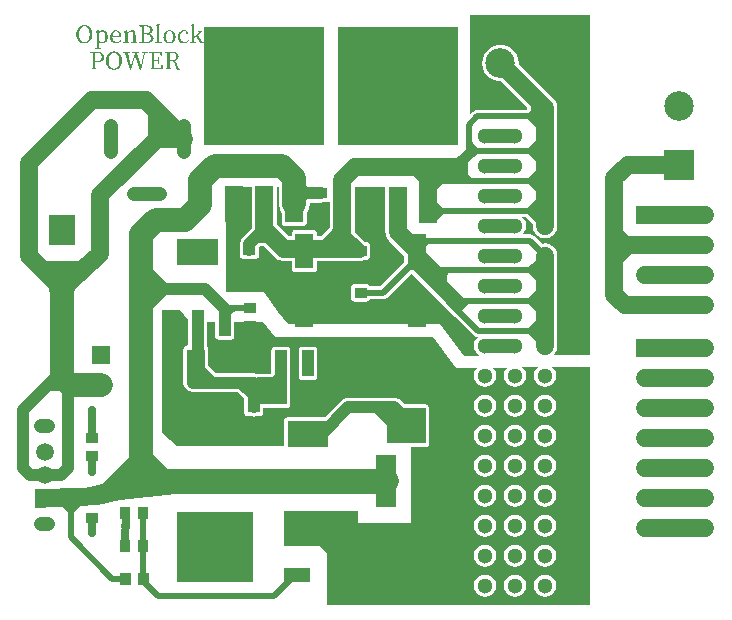
<source format=gtl>
G04 Layer: TopLayer*
G04 EasyEDA v6.4.19.5, 2021-05-27T17:32:06+08:00*
G04 33a6c8c822a742f28e1fac3212fc467e,cef4b8211a074a3184fc3ad01c494734,10*
G04 Gerber Generator version 0.2*
G04 Scale: 100 percent, Rotated: No, Reflected: No *
G04 Dimensions in millimeters *
G04 leading zeros omitted , absolute positions ,4 integer and 5 decimal *
%FSLAX45Y45*%
%MOMM*%

%ADD11C,1.5000*%
%ADD12C,0.5000*%
%ADD13C,2.0000*%
%ADD14C,1.0000*%
%ADD15C,1.1999*%
%ADD16C,0.7000*%
%ADD18R,0.9299X0.9799*%
%ADD19R,0.9799X0.9299*%
%ADD20R,1.5000X3.0000*%
%ADD21R,2.2000X1.2000*%
%ADD22R,6.5000X6.0000*%
%ADD23R,3.4999X2.2000*%
%ADD24R,1.0000X2.2000*%
%ADD25R,1.8000X4.4000*%
%ADD26R,10.1219X10.0203*%
%ADD27R,1.5113X3.0099*%
%ADD28R,1.5200X1.5200*%
%ADD29C,1.5200*%
%ADD30R,2.5000X2.5000*%
%ADD31C,2.5000*%
%ADD32R,1.5000X1.5000*%
%ADD33R,2.2000X2.5000*%
%ADD34C,2.2000*%
%ADD35R,1.3000X1.3000*%
%ADD36C,1.3000*%

%LPD*%
G36*
X2318512Y624840D02*
G01*
X2214880Y728472D01*
X2214880Y739648D01*
X2215388Y742696D01*
X2215388Y1043940D01*
X2235200Y1043940D01*
X2235200Y893064D01*
X2240280Y856487D01*
X2255520Y822960D01*
X2258568Y819403D01*
X2258568Y742696D01*
X2260092Y733552D01*
X2264156Y724916D01*
X2270760Y718312D01*
X2279396Y714248D01*
X2288540Y712724D01*
X2439416Y712724D01*
X2448560Y714248D01*
X2457196Y718312D01*
X2463800Y724916D01*
X2467864Y733552D01*
X2469388Y742696D01*
X2469388Y817880D01*
X2473960Y822960D01*
X2489200Y856487D01*
X2494280Y893064D01*
X2494280Y907287D01*
X2590292Y907287D01*
X2608072Y910844D01*
X2639060Y910844D01*
X2648204Y912368D01*
X2656840Y916432D01*
X2663444Y923036D01*
X2665476Y927100D01*
X2665476Y703580D01*
X2650236Y688340D01*
X2648204Y686816D01*
X2586228Y624840D01*
X2555240Y624840D01*
X2555240Y650240D01*
X2553716Y659384D01*
X2549652Y668020D01*
X2543048Y674624D01*
X2534412Y678688D01*
X2525268Y680212D01*
X2374900Y680212D01*
X2365756Y678688D01*
X2357120Y674624D01*
X2350516Y668020D01*
X2346452Y659384D01*
X2344928Y650240D01*
X2344928Y624840D01*
G37*

%LPD*%
G36*
X4552188Y-383032D02*
G01*
X4571492Y-363728D01*
X4586224Y-334772D01*
X4591304Y-302260D01*
X4591304Y459740D01*
X4586224Y492251D01*
X4571492Y521208D01*
X4548124Y544576D01*
X4519168Y559308D01*
X4486656Y564388D01*
X4462272Y560324D01*
X4398772Y623824D01*
X4392168Y629412D01*
X4385056Y633984D01*
X4376928Y637540D01*
X4368800Y639572D01*
X4360164Y640080D01*
X4292600Y640080D01*
X4309364Y656844D01*
X4323080Y683260D01*
X4327652Y712724D01*
X4323080Y742188D01*
X4309364Y768604D01*
X4292092Y785876D01*
X4327652Y785876D01*
X4382008Y731520D01*
X4382008Y712724D01*
X4387088Y680212D01*
X4401820Y651256D01*
X4425188Y627888D01*
X4454144Y613156D01*
X4486656Y608076D01*
X4519168Y613156D01*
X4548124Y627888D01*
X4571492Y651256D01*
X4586224Y680212D01*
X4591304Y712724D01*
X4591304Y1712975D01*
X4589780Y1729232D01*
X4586224Y1745488D01*
X4580128Y1760220D01*
X4571492Y1774443D01*
X4560824Y1787143D01*
X4264660Y2083816D01*
X4265168Y2089912D01*
X4260596Y2126996D01*
X4247388Y2162048D01*
X4226052Y2192528D01*
X4198112Y2217420D01*
X4165092Y2234692D01*
X4129024Y2243836D01*
X4091432Y2243836D01*
X4055364Y2234692D01*
X4022344Y2217420D01*
X3994404Y2192528D01*
X3973068Y2162048D01*
X3959860Y2126996D01*
X3955287Y2089912D01*
X3959860Y2052828D01*
X3973068Y2017775D01*
X3994404Y1987296D01*
X4022344Y1962404D01*
X4055364Y1945132D01*
X4091432Y1935988D01*
X4115815Y1935988D01*
X4337812Y1713484D01*
X4337812Y1700784D01*
X4332732Y1695704D01*
X3915156Y1695704D01*
X3906520Y1695196D01*
X3897884Y1693164D01*
X3890264Y1689607D01*
X3882644Y1685036D01*
X3876040Y1679448D01*
X3853179Y1656080D01*
X3850132Y2494788D01*
X4360164Y2499868D01*
X4869688Y2499868D01*
X4869688Y-379984D01*
G37*

%LPD*%
G36*
X3799840Y-390144D02*
G01*
X3600196Y-119887D01*
X2309876Y-114808D01*
X2230120Y-15240D01*
X2105152Y154940D01*
X1785112Y154940D01*
X1785112Y1044956D01*
X2004568Y1044448D01*
X2004568Y742696D01*
X2005584Y736600D01*
X2005584Y692912D01*
X1928368Y616204D01*
X1920239Y606552D01*
X1913636Y595884D01*
X1909064Y584708D01*
X1906016Y572516D01*
X1905000Y559816D01*
X1905000Y507492D01*
X1906016Y503428D01*
X1906016Y461264D01*
X1907539Y452120D01*
X1911604Y443484D01*
X1918207Y436880D01*
X1926843Y432816D01*
X1935988Y431292D01*
X1966975Y431292D01*
X1984756Y427735D01*
X2002536Y431292D01*
X2034032Y431292D01*
X2043175Y432816D01*
X2051812Y436880D01*
X2058416Y443484D01*
X2062480Y452120D01*
X2064004Y461264D01*
X2064004Y505459D01*
X2064512Y507492D01*
X2064512Y526796D01*
X2077720Y540004D01*
X2106676Y540004D01*
X2200656Y446024D01*
X2213356Y435356D01*
X2227072Y426720D01*
X2242312Y420624D01*
X2258568Y417068D01*
X2274824Y415543D01*
X2344928Y415543D01*
X2344928Y350012D01*
X2346452Y340868D01*
X2350516Y332232D01*
X2357120Y325628D01*
X2365756Y321564D01*
X2374900Y320040D01*
X2525268Y320040D01*
X2534412Y321564D01*
X2543048Y325628D01*
X2549652Y332232D01*
X2553716Y340868D01*
X2555240Y350012D01*
X2555240Y415543D01*
X2618232Y415543D01*
X2624836Y415035D01*
X2919984Y415035D01*
X2935224Y416559D01*
X2949448Y420624D01*
X2959100Y425704D01*
X2974340Y425704D01*
X2983484Y427228D01*
X2992120Y431292D01*
X2998724Y437896D01*
X3002788Y446532D01*
X3004312Y455676D01*
X3004312Y500888D01*
X3004820Y503428D01*
X3004312Y506476D01*
X3004312Y548640D01*
X3002788Y557784D01*
X2998724Y566420D01*
X2992120Y573024D01*
X2983484Y577088D01*
X2974340Y578612D01*
X2960624Y578612D01*
X2874772Y661416D01*
X2874772Y1042416D01*
X3134360Y1041400D01*
X3134360Y741680D01*
X3135376Y735584D01*
X3135376Y660908D01*
X3136900Y644652D01*
X3140456Y628396D01*
X3146552Y613156D01*
X3155188Y599440D01*
X3165856Y586740D01*
X3294887Y457708D01*
X3294887Y402336D01*
X3094228Y201676D01*
X3002788Y201676D01*
X3002788Y202692D01*
X2998724Y211328D01*
X2992120Y217932D01*
X2983484Y221996D01*
X2974340Y223520D01*
X2876296Y223520D01*
X2867152Y221996D01*
X2858516Y217932D01*
X2851912Y211328D01*
X2847848Y202692D01*
X2846324Y193548D01*
X2846324Y100584D01*
X2847848Y91440D01*
X2851912Y82804D01*
X2858516Y76200D01*
X2867152Y72136D01*
X2876296Y70612D01*
X2974340Y70612D01*
X2983484Y72136D01*
X2992120Y76200D01*
X2998724Y82804D01*
X3002788Y91440D01*
X3002788Y91948D01*
X3116580Y91948D01*
X3125216Y92456D01*
X3133344Y94488D01*
X3141472Y98044D01*
X3148584Y102616D01*
X3155188Y108204D01*
X3351784Y304800D01*
X3362451Y304800D01*
X3721100Y-55372D01*
X3724656Y-57912D01*
X3726179Y-59436D01*
X3728212Y-60452D01*
X3881628Y-213867D01*
X3888232Y-219456D01*
X3895344Y-224028D01*
X3903472Y-227584D01*
X3911600Y-229616D01*
X3919220Y-230124D01*
X3901948Y-247396D01*
X3888232Y-273812D01*
X3883660Y-303276D01*
X3888232Y-332740D01*
X3901948Y-359156D01*
X3922776Y-379984D01*
X3939540Y-388620D01*
G37*

%LPD*%
G36*
X2645156Y-2499868D02*
G01*
X2645156Y-1999996D01*
X2274824Y-1999996D01*
X2274824Y-1699768D01*
X2900172Y-1699768D01*
X2900172Y-1799843D01*
X3350260Y-1799843D01*
X3350260Y-1160272D01*
X3475736Y-1160272D01*
X3484879Y-1158748D01*
X3493515Y-1154684D01*
X3500120Y-1148080D01*
X3504184Y-1139444D01*
X3505708Y-1130300D01*
X3505708Y-830071D01*
X3504184Y-820928D01*
X3500120Y-812292D01*
X3493515Y-805688D01*
X3484879Y-801624D01*
X3475736Y-800100D01*
X3297936Y-800100D01*
X3263900Y-766064D01*
X3254248Y-757936D01*
X3243580Y-751332D01*
X3232404Y-746760D01*
X3220212Y-743712D01*
X3207512Y-742696D01*
X2822448Y-742696D01*
X2809748Y-743712D01*
X2797556Y-746760D01*
X2786380Y-751332D01*
X2775712Y-757936D01*
X2766060Y-766064D01*
X2621788Y-910336D01*
X2304796Y-910336D01*
X2295652Y-911860D01*
X2287016Y-915924D01*
X2280412Y-922528D01*
X2276348Y-931164D01*
X2274824Y-940308D01*
X2274824Y-1152144D01*
X1370076Y-1155192D01*
X1245108Y-1039876D01*
X1240028Y0D01*
X1400048Y0D01*
X1465072Y-86360D01*
X1465072Y-220471D01*
X1465580Y-223520D01*
X1465580Y-299720D01*
X1454912Y-299720D01*
X1445768Y-301244D01*
X1437132Y-305308D01*
X1430528Y-311912D01*
X1426464Y-320548D01*
X1424940Y-329692D01*
X1424940Y-629920D01*
X1426464Y-639064D01*
X1430528Y-647700D01*
X1437132Y-654304D01*
X1448308Y-671068D01*
X1474216Y-688340D01*
X1504696Y-694944D01*
X1666748Y-696468D01*
X1883664Y-696468D01*
X1940560Y-753364D01*
X1940560Y-820928D01*
X1940052Y-823468D01*
X1941068Y-828548D01*
X1941068Y-869696D01*
X1942592Y-878840D01*
X1946656Y-887476D01*
X1953260Y-894080D01*
X1961896Y-898144D01*
X1971039Y-899668D01*
X2002028Y-899668D01*
X2019807Y-903224D01*
X2037588Y-899668D01*
X2069084Y-899668D01*
X2078228Y-898144D01*
X2086864Y-894080D01*
X2093468Y-887476D01*
X2097532Y-878840D01*
X2099056Y-869696D01*
X2099056Y-835660D01*
X2099564Y-830071D01*
X2300224Y-830071D01*
X2309368Y-828548D01*
X2318004Y-824484D01*
X2324608Y-817880D01*
X2328672Y-809244D01*
X2330196Y-800100D01*
X2330196Y-530352D01*
X2329688Y-526288D01*
X2329688Y-339852D01*
X2328164Y-330708D01*
X2324100Y-322072D01*
X2317496Y-315468D01*
X2308860Y-311404D01*
X2299716Y-309880D01*
X2199640Y-309880D01*
X2190496Y-311404D01*
X2181860Y-315468D01*
X2175256Y-322072D01*
X2171192Y-330708D01*
X2169668Y-339852D01*
X2169668Y-537464D01*
X2167128Y-540004D01*
X2045207Y-540004D01*
X2042160Y-540512D01*
X2038096Y-540512D01*
X2020316Y-536956D01*
X1700275Y-536956D01*
X1635251Y-472440D01*
X1635251Y-329692D01*
X1633728Y-320548D01*
X1629664Y-311912D01*
X1625092Y-307340D01*
X1625092Y-100076D01*
X1695196Y-100076D01*
X1695196Y-220471D01*
X1696720Y-229616D01*
X1700784Y-238252D01*
X1707388Y-244856D01*
X1716024Y-248920D01*
X1725168Y-250444D01*
X1825243Y-250444D01*
X1834388Y-248920D01*
X1843024Y-244856D01*
X1849628Y-238252D01*
X1853692Y-229616D01*
X1855216Y-220471D01*
X1855216Y-100076D01*
X2100072Y-100076D01*
X2200148Y-225044D01*
X3535172Y-225044D01*
X3734815Y-490220D01*
X3850132Y-490220D01*
X3913632Y-489712D01*
X3901948Y-501396D01*
X3888232Y-527812D01*
X3883660Y-557276D01*
X3888232Y-586740D01*
X3901948Y-613156D01*
X3922776Y-633984D01*
X3949192Y-647700D01*
X3978656Y-652272D01*
X4008120Y-647700D01*
X4034536Y-633984D01*
X4055364Y-613156D01*
X4069079Y-586740D01*
X4073651Y-557276D01*
X4069079Y-527812D01*
X4055364Y-501396D01*
X4042156Y-488188D01*
X4170172Y-487172D01*
X4155948Y-501396D01*
X4142232Y-527812D01*
X4137660Y-557276D01*
X4142232Y-586740D01*
X4155948Y-613156D01*
X4176776Y-633984D01*
X4203192Y-647700D01*
X4232656Y-652272D01*
X4262120Y-647700D01*
X4288536Y-633984D01*
X4309364Y-613156D01*
X4323080Y-586740D01*
X4327652Y-557276D01*
X4323080Y-527812D01*
X4309364Y-501396D01*
X4293616Y-485648D01*
X4426712Y-484632D01*
X4409948Y-501396D01*
X4396232Y-527812D01*
X4391660Y-557276D01*
X4396232Y-586740D01*
X4409948Y-613156D01*
X4430776Y-633984D01*
X4457192Y-647700D01*
X4486656Y-652272D01*
X4516120Y-647700D01*
X4542536Y-633984D01*
X4563364Y-613156D01*
X4577080Y-586740D01*
X4581652Y-557276D01*
X4577080Y-527812D01*
X4563364Y-501396D01*
X4545076Y-483108D01*
X4870196Y-480059D01*
X4869688Y-2499868D01*
G37*

%LPC*%
G36*
X3978656Y-2430272D02*
G01*
X4008120Y-2425700D01*
X4034536Y-2411984D01*
X4055364Y-2391156D01*
X4069079Y-2364740D01*
X4073651Y-2335276D01*
X4069079Y-2305812D01*
X4055364Y-2279396D01*
X4034536Y-2258568D01*
X4008120Y-2244852D01*
X3978656Y-2240280D01*
X3949192Y-2244852D01*
X3922776Y-2258568D01*
X3901948Y-2279396D01*
X3888232Y-2305812D01*
X3883660Y-2335276D01*
X3888232Y-2364740D01*
X3901948Y-2391156D01*
X3922776Y-2411984D01*
X3949192Y-2425700D01*
G37*
G36*
X4232656Y-2430272D02*
G01*
X4262120Y-2425700D01*
X4288536Y-2411984D01*
X4309364Y-2391156D01*
X4323080Y-2364740D01*
X4327652Y-2335276D01*
X4323080Y-2305812D01*
X4309364Y-2279396D01*
X4288536Y-2258568D01*
X4262120Y-2244852D01*
X4232656Y-2240280D01*
X4203192Y-2244852D01*
X4176776Y-2258568D01*
X4155948Y-2279396D01*
X4142232Y-2305812D01*
X4137660Y-2335276D01*
X4142232Y-2364740D01*
X4155948Y-2391156D01*
X4176776Y-2411984D01*
X4203192Y-2425700D01*
G37*
G36*
X4486656Y-2430272D02*
G01*
X4516120Y-2425700D01*
X4542536Y-2411984D01*
X4563364Y-2391156D01*
X4577080Y-2364740D01*
X4581652Y-2335276D01*
X4577080Y-2305812D01*
X4563364Y-2279396D01*
X4542536Y-2258568D01*
X4516120Y-2244852D01*
X4486656Y-2240280D01*
X4457192Y-2244852D01*
X4430776Y-2258568D01*
X4409948Y-2279396D01*
X4396232Y-2305812D01*
X4391660Y-2335276D01*
X4396232Y-2364740D01*
X4409948Y-2391156D01*
X4430776Y-2411984D01*
X4457192Y-2425700D01*
G37*
G36*
X4486656Y-2176272D02*
G01*
X4516120Y-2171700D01*
X4542536Y-2157984D01*
X4563364Y-2137156D01*
X4577080Y-2110740D01*
X4581652Y-2081275D01*
X4577080Y-2051812D01*
X4563364Y-2025396D01*
X4542536Y-2004568D01*
X4516120Y-1990852D01*
X4486656Y-1986280D01*
X4457192Y-1990852D01*
X4430776Y-2004568D01*
X4409948Y-2025396D01*
X4396232Y-2051812D01*
X4391660Y-2081275D01*
X4396232Y-2110740D01*
X4409948Y-2137156D01*
X4430776Y-2157984D01*
X4457192Y-2171700D01*
G37*
G36*
X4232656Y-2176272D02*
G01*
X4262120Y-2171700D01*
X4288536Y-2157984D01*
X4309364Y-2137156D01*
X4323080Y-2110740D01*
X4327652Y-2081275D01*
X4323080Y-2051812D01*
X4309364Y-2025396D01*
X4288536Y-2004568D01*
X4262120Y-1990852D01*
X4232656Y-1986280D01*
X4203192Y-1990852D01*
X4176776Y-2004568D01*
X4155948Y-2025396D01*
X4142232Y-2051812D01*
X4137660Y-2081275D01*
X4142232Y-2110740D01*
X4155948Y-2137156D01*
X4176776Y-2157984D01*
X4203192Y-2171700D01*
G37*
G36*
X3978656Y-2176272D02*
G01*
X4008120Y-2171700D01*
X4034536Y-2157984D01*
X4055364Y-2137156D01*
X4069079Y-2110740D01*
X4073651Y-2081275D01*
X4069079Y-2051812D01*
X4055364Y-2025396D01*
X4034536Y-2004568D01*
X4008120Y-1990852D01*
X3978656Y-1986280D01*
X3949192Y-1990852D01*
X3922776Y-2004568D01*
X3901948Y-2025396D01*
X3888232Y-2051812D01*
X3883660Y-2081275D01*
X3888232Y-2110740D01*
X3901948Y-2137156D01*
X3922776Y-2157984D01*
X3949192Y-2171700D01*
G37*
G36*
X4486656Y-1922272D02*
G01*
X4516120Y-1917700D01*
X4542536Y-1903984D01*
X4563364Y-1883156D01*
X4577080Y-1856739D01*
X4581652Y-1827275D01*
X4577080Y-1797812D01*
X4563364Y-1771396D01*
X4542536Y-1750568D01*
X4516120Y-1736852D01*
X4486656Y-1732280D01*
X4457192Y-1736852D01*
X4430776Y-1750568D01*
X4409948Y-1771396D01*
X4396232Y-1797812D01*
X4391660Y-1827275D01*
X4396232Y-1856739D01*
X4409948Y-1883156D01*
X4430776Y-1903984D01*
X4457192Y-1917700D01*
G37*
G36*
X4232656Y-1922272D02*
G01*
X4262120Y-1917700D01*
X4288536Y-1903984D01*
X4309364Y-1883156D01*
X4323080Y-1856739D01*
X4327652Y-1827275D01*
X4323080Y-1797812D01*
X4309364Y-1771396D01*
X4288536Y-1750568D01*
X4262120Y-1736852D01*
X4232656Y-1732280D01*
X4203192Y-1736852D01*
X4176776Y-1750568D01*
X4155948Y-1771396D01*
X4142232Y-1797812D01*
X4137660Y-1827275D01*
X4142232Y-1856739D01*
X4155948Y-1883156D01*
X4176776Y-1903984D01*
X4203192Y-1917700D01*
G37*
G36*
X3978656Y-1922272D02*
G01*
X4008120Y-1917700D01*
X4034536Y-1903984D01*
X4055364Y-1883156D01*
X4069079Y-1856739D01*
X4073651Y-1827275D01*
X4069079Y-1797812D01*
X4055364Y-1771396D01*
X4034536Y-1750568D01*
X4008120Y-1736852D01*
X3978656Y-1732280D01*
X3949192Y-1736852D01*
X3922776Y-1750568D01*
X3901948Y-1771396D01*
X3888232Y-1797812D01*
X3883660Y-1827275D01*
X3888232Y-1856739D01*
X3901948Y-1883156D01*
X3922776Y-1903984D01*
X3949192Y-1917700D01*
G37*
G36*
X4486656Y-1668272D02*
G01*
X4516120Y-1663700D01*
X4542536Y-1649984D01*
X4563364Y-1629156D01*
X4577080Y-1602740D01*
X4581652Y-1573276D01*
X4577080Y-1543812D01*
X4563364Y-1517396D01*
X4542536Y-1496568D01*
X4516120Y-1482852D01*
X4486656Y-1478280D01*
X4457192Y-1482852D01*
X4430776Y-1496568D01*
X4409948Y-1517396D01*
X4396232Y-1543812D01*
X4391660Y-1573276D01*
X4396232Y-1602740D01*
X4409948Y-1629156D01*
X4430776Y-1649984D01*
X4457192Y-1663700D01*
G37*
G36*
X4232656Y-1668272D02*
G01*
X4262120Y-1663700D01*
X4288536Y-1649984D01*
X4309364Y-1629156D01*
X4323080Y-1602740D01*
X4327652Y-1573276D01*
X4323080Y-1543812D01*
X4309364Y-1517396D01*
X4288536Y-1496568D01*
X4262120Y-1482852D01*
X4232656Y-1478280D01*
X4203192Y-1482852D01*
X4176776Y-1496568D01*
X4155948Y-1517396D01*
X4142232Y-1543812D01*
X4137660Y-1573276D01*
X4142232Y-1602740D01*
X4155948Y-1629156D01*
X4176776Y-1649984D01*
X4203192Y-1663700D01*
G37*
G36*
X3978656Y-1668272D02*
G01*
X4008120Y-1663700D01*
X4034536Y-1649984D01*
X4055364Y-1629156D01*
X4069079Y-1602740D01*
X4073651Y-1573276D01*
X4069079Y-1543812D01*
X4055364Y-1517396D01*
X4034536Y-1496568D01*
X4008120Y-1482852D01*
X3978656Y-1478280D01*
X3949192Y-1482852D01*
X3922776Y-1496568D01*
X3901948Y-1517396D01*
X3888232Y-1543812D01*
X3883660Y-1573276D01*
X3888232Y-1602740D01*
X3901948Y-1629156D01*
X3922776Y-1649984D01*
X3949192Y-1663700D01*
G37*
G36*
X4486656Y-1414272D02*
G01*
X4516120Y-1409700D01*
X4542536Y-1395984D01*
X4563364Y-1375156D01*
X4577080Y-1348740D01*
X4581652Y-1319276D01*
X4577080Y-1289812D01*
X4563364Y-1263396D01*
X4542536Y-1242568D01*
X4516120Y-1228852D01*
X4486656Y-1224280D01*
X4457192Y-1228852D01*
X4430776Y-1242568D01*
X4409948Y-1263396D01*
X4396232Y-1289812D01*
X4391660Y-1319276D01*
X4396232Y-1348740D01*
X4409948Y-1375156D01*
X4430776Y-1395984D01*
X4457192Y-1409700D01*
G37*
G36*
X4232656Y-1414272D02*
G01*
X4262120Y-1409700D01*
X4288536Y-1395984D01*
X4309364Y-1375156D01*
X4323080Y-1348740D01*
X4327652Y-1319276D01*
X4323080Y-1289812D01*
X4309364Y-1263396D01*
X4288536Y-1242568D01*
X4262120Y-1228852D01*
X4232656Y-1224280D01*
X4203192Y-1228852D01*
X4176776Y-1242568D01*
X4155948Y-1263396D01*
X4142232Y-1289812D01*
X4137660Y-1319276D01*
X4142232Y-1348740D01*
X4155948Y-1375156D01*
X4176776Y-1395984D01*
X4203192Y-1409700D01*
G37*
G36*
X3978656Y-1414272D02*
G01*
X4008120Y-1409700D01*
X4034536Y-1395984D01*
X4055364Y-1375156D01*
X4069079Y-1348740D01*
X4073651Y-1319276D01*
X4069079Y-1289812D01*
X4055364Y-1263396D01*
X4034536Y-1242568D01*
X4008120Y-1228852D01*
X3978656Y-1224280D01*
X3949192Y-1228852D01*
X3922776Y-1242568D01*
X3901948Y-1263396D01*
X3888232Y-1289812D01*
X3883660Y-1319276D01*
X3888232Y-1348740D01*
X3901948Y-1375156D01*
X3922776Y-1395984D01*
X3949192Y-1409700D01*
G37*
G36*
X4486656Y-1160272D02*
G01*
X4516120Y-1155700D01*
X4542536Y-1141984D01*
X4563364Y-1121156D01*
X4577080Y-1094740D01*
X4581652Y-1065276D01*
X4577080Y-1035812D01*
X4563364Y-1009396D01*
X4542536Y-988568D01*
X4516120Y-974852D01*
X4486656Y-970280D01*
X4457192Y-974852D01*
X4430776Y-988568D01*
X4409948Y-1009396D01*
X4396232Y-1035812D01*
X4391660Y-1065276D01*
X4396232Y-1094740D01*
X4409948Y-1121156D01*
X4430776Y-1141984D01*
X4457192Y-1155700D01*
G37*
G36*
X4232656Y-1160272D02*
G01*
X4262120Y-1155700D01*
X4288536Y-1141984D01*
X4309364Y-1121156D01*
X4323080Y-1094740D01*
X4327652Y-1065276D01*
X4323080Y-1035812D01*
X4309364Y-1009396D01*
X4288536Y-988568D01*
X4262120Y-974852D01*
X4232656Y-970280D01*
X4203192Y-974852D01*
X4176776Y-988568D01*
X4155948Y-1009396D01*
X4142232Y-1035812D01*
X4137660Y-1065276D01*
X4142232Y-1094740D01*
X4155948Y-1121156D01*
X4176776Y-1141984D01*
X4203192Y-1155700D01*
G37*
G36*
X3978656Y-1160272D02*
G01*
X4008120Y-1155700D01*
X4034536Y-1141984D01*
X4055364Y-1121156D01*
X4069079Y-1094740D01*
X4073651Y-1065276D01*
X4069079Y-1035812D01*
X4055364Y-1009396D01*
X4034536Y-988568D01*
X4008120Y-974852D01*
X3978656Y-970280D01*
X3949192Y-974852D01*
X3922776Y-988568D01*
X3901948Y-1009396D01*
X3888232Y-1035812D01*
X3883660Y-1065276D01*
X3888232Y-1094740D01*
X3901948Y-1121156D01*
X3922776Y-1141984D01*
X3949192Y-1155700D01*
G37*
G36*
X3978656Y-906271D02*
G01*
X4008120Y-901700D01*
X4034536Y-887984D01*
X4055364Y-867156D01*
X4069079Y-840740D01*
X4073651Y-811276D01*
X4069079Y-781812D01*
X4055364Y-755396D01*
X4034536Y-734568D01*
X4008120Y-720852D01*
X3978656Y-716280D01*
X3949192Y-720852D01*
X3922776Y-734568D01*
X3901948Y-755396D01*
X3888232Y-781812D01*
X3883660Y-811276D01*
X3888232Y-840740D01*
X3901948Y-867156D01*
X3922776Y-887984D01*
X3949192Y-901700D01*
G37*
G36*
X4232656Y-906271D02*
G01*
X4262120Y-901700D01*
X4288536Y-887984D01*
X4309364Y-867156D01*
X4323080Y-840740D01*
X4327652Y-811276D01*
X4323080Y-781812D01*
X4309364Y-755396D01*
X4288536Y-734568D01*
X4262120Y-720852D01*
X4232656Y-716280D01*
X4203192Y-720852D01*
X4176776Y-734568D01*
X4155948Y-755396D01*
X4142232Y-781812D01*
X4137660Y-811276D01*
X4142232Y-840740D01*
X4155948Y-867156D01*
X4176776Y-887984D01*
X4203192Y-901700D01*
G37*
G36*
X4486656Y-906271D02*
G01*
X4516120Y-901700D01*
X4542536Y-887984D01*
X4563364Y-867156D01*
X4577080Y-840740D01*
X4581652Y-811276D01*
X4577080Y-781812D01*
X4563364Y-755396D01*
X4542536Y-734568D01*
X4516120Y-720852D01*
X4486656Y-716280D01*
X4457192Y-720852D01*
X4430776Y-734568D01*
X4409948Y-755396D01*
X4396232Y-781812D01*
X4391660Y-811276D01*
X4396232Y-840740D01*
X4409948Y-867156D01*
X4430776Y-887984D01*
X4457192Y-901700D01*
G37*
G36*
X2429764Y-590296D02*
G01*
X2529840Y-590296D01*
X2538984Y-588772D01*
X2547620Y-584708D01*
X2554224Y-578104D01*
X2558288Y-569468D01*
X2559812Y-560324D01*
X2559812Y-339852D01*
X2558288Y-330708D01*
X2554224Y-322072D01*
X2547620Y-315468D01*
X2538984Y-311404D01*
X2529840Y-309880D01*
X2429764Y-309880D01*
X2420620Y-311404D01*
X2411984Y-315468D01*
X2405380Y-322072D01*
X2401316Y-330708D01*
X2399792Y-339852D01*
X2399792Y-560324D01*
X2401316Y-569468D01*
X2405380Y-578104D01*
X2411984Y-584708D01*
X2420620Y-588772D01*
G37*

%LPD*%
G36*
X1515364Y2425192D02*
G01*
X1481074Y2415794D01*
X1481074Y2409190D01*
X1499108Y2407412D01*
X1499006Y2279294D01*
X1498854Y2269998D01*
X1481328Y2267458D01*
X1481328Y2260600D01*
X1535430Y2260600D01*
X1535430Y2267458D01*
X1517904Y2269998D01*
X1517396Y2302256D01*
X1532382Y2317242D01*
X1566926Y2260600D01*
X1597152Y2260600D01*
X1597152Y2267458D01*
X1582674Y2269490D01*
X1545082Y2330196D01*
X1570736Y2355850D01*
X1591564Y2358644D01*
X1591564Y2366010D01*
X1540256Y2366010D01*
X1540256Y2358644D01*
X1557782Y2355088D01*
X1517396Y2313686D01*
X1517396Y2391918D01*
X1518412Y2423668D01*
G37*
G36*
X1220216Y2425192D02*
G01*
X1185926Y2415794D01*
X1185926Y2409190D01*
X1203960Y2407412D01*
X1203909Y2298090D01*
X1203452Y2269998D01*
X1185926Y2267458D01*
X1185926Y2260600D01*
X1240536Y2260600D01*
X1240536Y2267458D01*
X1222756Y2269998D01*
X1222248Y2307336D01*
X1222248Y2391918D01*
X1223264Y2423668D01*
G37*
G36*
X586740Y2413000D02*
G01*
X581558Y2412796D01*
X576376Y2412136D01*
X571296Y2411069D01*
X566318Y2409596D01*
X561441Y2407716D01*
X556666Y2405430D01*
X552145Y2402738D01*
X547725Y2399690D01*
X543560Y2396236D01*
X539648Y2392426D01*
X535990Y2388260D01*
X532587Y2383688D01*
X529539Y2378811D01*
X526796Y2373579D01*
X524408Y2367991D01*
X522427Y2362098D01*
X520801Y2355850D01*
X519633Y2349296D01*
X518922Y2342438D01*
X518668Y2335276D01*
X541782Y2335276D01*
X541934Y2341778D01*
X542442Y2348179D01*
X543255Y2354478D01*
X544423Y2360574D01*
X545947Y2366467D01*
X547827Y2372106D01*
X550062Y2377389D01*
X552653Y2382367D01*
X555599Y2386888D01*
X558901Y2391003D01*
X562559Y2394559D01*
X566623Y2397607D01*
X571093Y2400046D01*
X575919Y2401874D01*
X581152Y2402941D01*
X586740Y2403348D01*
X592328Y2402941D01*
X597560Y2401874D01*
X602386Y2400046D01*
X606806Y2397607D01*
X610819Y2394559D01*
X614527Y2391003D01*
X617778Y2386888D01*
X620725Y2382367D01*
X623265Y2377389D01*
X625449Y2372106D01*
X627329Y2366467D01*
X628802Y2360574D01*
X629970Y2354478D01*
X630783Y2348179D01*
X631291Y2341778D01*
X631444Y2335276D01*
X631291Y2328672D01*
X630783Y2322220D01*
X629970Y2315870D01*
X628802Y2309723D01*
X627329Y2303780D01*
X625449Y2298141D01*
X623265Y2292807D01*
X620725Y2287879D01*
X617778Y2283358D01*
X614527Y2279243D01*
X610819Y2275687D01*
X606806Y2272639D01*
X602386Y2270252D01*
X597560Y2268423D01*
X592328Y2267305D01*
X586740Y2266950D01*
X581152Y2267305D01*
X575919Y2268423D01*
X571093Y2270252D01*
X566623Y2272639D01*
X562559Y2275687D01*
X558901Y2279243D01*
X555599Y2283358D01*
X552653Y2287879D01*
X550062Y2292807D01*
X547827Y2298141D01*
X545947Y2303780D01*
X544423Y2309723D01*
X543255Y2315870D01*
X542442Y2322220D01*
X541934Y2328672D01*
X541782Y2335276D01*
X518668Y2335276D01*
X518922Y2327808D01*
X519633Y2320747D01*
X520801Y2314041D01*
X522376Y2307640D01*
X524357Y2301646D01*
X526745Y2296007D01*
X529488Y2290775D01*
X532536Y2285898D01*
X535889Y2281377D01*
X539546Y2277262D01*
X543458Y2273503D01*
X547624Y2270099D01*
X551992Y2267153D01*
X556564Y2264562D01*
X561340Y2262327D01*
X566216Y2260549D01*
X571195Y2259126D01*
X576326Y2258110D01*
X581507Y2257501D01*
X586740Y2257298D01*
X591972Y2257501D01*
X597154Y2258161D01*
X602234Y2259228D01*
X607263Y2260701D01*
X612140Y2262581D01*
X616864Y2264867D01*
X621385Y2267559D01*
X625754Y2270607D01*
X629869Y2274062D01*
X633780Y2277922D01*
X637438Y2282088D01*
X640791Y2286660D01*
X643839Y2291537D01*
X646531Y2296820D01*
X648868Y2302408D01*
X650849Y2308352D01*
X652424Y2314600D01*
X653592Y2321204D01*
X654304Y2328062D01*
X654558Y2335276D01*
X654304Y2342591D01*
X653592Y2349601D01*
X652424Y2356256D01*
X650798Y2362555D01*
X648817Y2368550D01*
X646430Y2374138D01*
X643686Y2379370D01*
X640638Y2384247D01*
X637235Y2388768D01*
X633577Y2392883D01*
X629666Y2396642D01*
X625551Y2400046D01*
X621182Y2403043D01*
X616610Y2405684D01*
X611886Y2407869D01*
X607060Y2409698D01*
X602081Y2411171D01*
X597052Y2412187D01*
X591921Y2412796D01*
G37*
G36*
X1052576Y2409444D02*
G01*
X1052576Y2401824D01*
X1073404Y2399538D01*
X1073658Y2342388D01*
X1093978Y2342388D01*
X1094079Y2379116D01*
X1094486Y2400808D01*
X1109980Y2400808D01*
X1118209Y2400401D01*
X1125270Y2399182D01*
X1131265Y2397099D01*
X1136142Y2394153D01*
X1139952Y2390241D01*
X1142644Y2385364D01*
X1144219Y2379522D01*
X1144778Y2372614D01*
X1144219Y2365349D01*
X1142441Y2359101D01*
X1139494Y2353919D01*
X1135329Y2349703D01*
X1129944Y2346452D01*
X1123238Y2344166D01*
X1115263Y2342845D01*
X1105916Y2342388D01*
X1073658Y2342388D01*
X1073658Y2333244D01*
X1106932Y2333244D01*
X1114247Y2333040D01*
X1120902Y2332329D01*
X1126794Y2331212D01*
X1132027Y2329637D01*
X1136650Y2327605D01*
X1140561Y2325116D01*
X1143863Y2322220D01*
X1146505Y2318816D01*
X1148537Y2315006D01*
X1150010Y2310790D01*
X1150823Y2306116D01*
X1151128Y2300986D01*
X1150823Y2296109D01*
X1149959Y2291588D01*
X1148486Y2287473D01*
X1146403Y2283764D01*
X1143762Y2280513D01*
X1140510Y2277618D01*
X1136700Y2275179D01*
X1132332Y2273147D01*
X1127353Y2271572D01*
X1121765Y2270404D01*
X1115669Y2269744D01*
X1108964Y2269490D01*
X1094486Y2269490D01*
X1094028Y2300122D01*
X1093978Y2333244D01*
X1073658Y2333244D01*
X1073404Y2270506D01*
X1052576Y2268220D01*
X1052576Y2260600D01*
X1113282Y2260600D01*
X1120952Y2260854D01*
X1128014Y2261514D01*
X1134465Y2262632D01*
X1140409Y2264105D01*
X1145743Y2265934D01*
X1150569Y2268118D01*
X1154887Y2270556D01*
X1158646Y2273300D01*
X1161948Y2276246D01*
X1164742Y2279446D01*
X1167079Y2282799D01*
X1168958Y2286304D01*
X1170432Y2289962D01*
X1171397Y2293670D01*
X1172006Y2297430D01*
X1172210Y2301240D01*
X1171956Y2305710D01*
X1171143Y2310079D01*
X1169771Y2314194D01*
X1167841Y2318054D01*
X1165301Y2321712D01*
X1162202Y2325116D01*
X1158392Y2328214D01*
X1153972Y2330958D01*
X1148842Y2333396D01*
X1143050Y2335428D01*
X1136548Y2337104D01*
X1129284Y2338324D01*
X1138123Y2340660D01*
X1145540Y2343759D01*
X1151686Y2347569D01*
X1156563Y2351938D01*
X1160272Y2356815D01*
X1162862Y2362098D01*
X1164336Y2367635D01*
X1164844Y2373376D01*
X1164488Y2378506D01*
X1163421Y2383383D01*
X1161694Y2387904D01*
X1159256Y2392121D01*
X1156157Y2395931D01*
X1152347Y2399334D01*
X1147927Y2402281D01*
X1142847Y2404770D01*
X1137107Y2406751D01*
X1130706Y2408224D01*
X1123696Y2409139D01*
X1116076Y2409444D01*
G37*
G36*
X1430020Y2369058D02*
G01*
X1424990Y2368804D01*
X1420063Y2368092D01*
X1415237Y2366924D01*
X1410563Y2365248D01*
X1406093Y2363165D01*
X1401775Y2360625D01*
X1397762Y2357628D01*
X1394002Y2354224D01*
X1390599Y2350414D01*
X1387500Y2346198D01*
X1384808Y2341575D01*
X1382522Y2336596D01*
X1380693Y2331212D01*
X1379321Y2325471D01*
X1378508Y2319375D01*
X1378204Y2312924D01*
X1378458Y2306726D01*
X1379118Y2300833D01*
X1380236Y2295296D01*
X1381810Y2290064D01*
X1383792Y2285187D01*
X1386128Y2280615D01*
X1388872Y2276500D01*
X1391970Y2272690D01*
X1395425Y2269337D01*
X1399235Y2266340D01*
X1403350Y2263800D01*
X1407769Y2261666D01*
X1412494Y2259990D01*
X1417472Y2258771D01*
X1422755Y2258060D01*
X1428242Y2257806D01*
X1435709Y2258263D01*
X1442567Y2259634D01*
X1448765Y2261870D01*
X1454302Y2264918D01*
X1459128Y2268778D01*
X1463294Y2273452D01*
X1466799Y2278837D01*
X1469644Y2284984D01*
X1465072Y2287016D01*
X1462227Y2283256D01*
X1459026Y2279904D01*
X1455470Y2277008D01*
X1451660Y2274620D01*
X1447596Y2272741D01*
X1443278Y2271369D01*
X1438757Y2270556D01*
X1434084Y2270252D01*
X1428902Y2270607D01*
X1423924Y2271572D01*
X1419352Y2273249D01*
X1415034Y2275535D01*
X1411173Y2278430D01*
X1407668Y2281936D01*
X1404620Y2286050D01*
X1402080Y2290724D01*
X1399997Y2295956D01*
X1398524Y2301748D01*
X1397558Y2308098D01*
X1397254Y2314956D01*
X1397558Y2321915D01*
X1398371Y2328418D01*
X1399692Y2334310D01*
X1401572Y2339695D01*
X1403858Y2344470D01*
X1406652Y2348687D01*
X1409852Y2352294D01*
X1413459Y2355240D01*
X1417421Y2357628D01*
X1421688Y2359304D01*
X1426362Y2360320D01*
X1431290Y2360676D01*
X1437081Y2360117D01*
X1443228Y2358644D01*
X1447546Y2342896D01*
X1448968Y2338578D01*
X1451305Y2335326D01*
X1454810Y2333193D01*
X1459484Y2332482D01*
X1462938Y2332990D01*
X1465732Y2334564D01*
X1467815Y2337104D01*
X1469136Y2340610D01*
X1467408Y2346553D01*
X1464513Y2352040D01*
X1460652Y2356866D01*
X1455877Y2361031D01*
X1450289Y2364435D01*
X1444040Y2366924D01*
X1437284Y2368499D01*
G37*
G36*
X1307592Y2369058D02*
G01*
X1302766Y2368854D01*
X1297940Y2368143D01*
X1293266Y2367026D01*
X1288694Y2365451D01*
X1284274Y2363470D01*
X1280058Y2361031D01*
X1276045Y2358136D01*
X1272336Y2354783D01*
X1268933Y2351074D01*
X1265885Y2346858D01*
X1263142Y2342286D01*
X1260856Y2337257D01*
X1259027Y2331770D01*
X1257655Y2325928D01*
X1256842Y2319629D01*
X1256538Y2312924D01*
X1276858Y2312924D01*
X1277112Y2320391D01*
X1277772Y2327198D01*
X1278890Y2333447D01*
X1280464Y2339086D01*
X1282496Y2344064D01*
X1284884Y2348433D01*
X1287729Y2352141D01*
X1290929Y2355189D01*
X1294536Y2357577D01*
X1298549Y2359304D01*
X1302867Y2360320D01*
X1307592Y2360676D01*
X1312265Y2360320D01*
X1316583Y2359304D01*
X1320546Y2357577D01*
X1324152Y2355189D01*
X1327353Y2352141D01*
X1330198Y2348433D01*
X1332636Y2344064D01*
X1334668Y2339086D01*
X1336243Y2333447D01*
X1337411Y2327198D01*
X1338072Y2320391D01*
X1338326Y2312924D01*
X1338072Y2305608D01*
X1337411Y2298903D01*
X1336243Y2292756D01*
X1334668Y2287270D01*
X1332636Y2282393D01*
X1330198Y2278126D01*
X1327353Y2274519D01*
X1324152Y2271522D01*
X1320546Y2269185D01*
X1316583Y2267508D01*
X1312265Y2266543D01*
X1307592Y2266188D01*
X1302867Y2266543D01*
X1298549Y2267508D01*
X1294536Y2269185D01*
X1290929Y2271522D01*
X1287729Y2274519D01*
X1284884Y2278126D01*
X1282496Y2282393D01*
X1280464Y2287270D01*
X1278890Y2292756D01*
X1277772Y2298903D01*
X1277112Y2305608D01*
X1276858Y2312924D01*
X1256538Y2312924D01*
X1256842Y2306269D01*
X1257655Y2300071D01*
X1259027Y2294280D01*
X1260856Y2288895D01*
X1263091Y2283917D01*
X1265783Y2279396D01*
X1268831Y2275332D01*
X1272235Y2271623D01*
X1275943Y2268423D01*
X1279956Y2265578D01*
X1284173Y2263241D01*
X1288592Y2261260D01*
X1293164Y2259736D01*
X1297889Y2258669D01*
X1302715Y2258009D01*
X1307592Y2257806D01*
X1312418Y2258009D01*
X1317244Y2258669D01*
X1321968Y2259736D01*
X1326540Y2261260D01*
X1330960Y2263241D01*
X1335227Y2265578D01*
X1339240Y2268423D01*
X1342948Y2271623D01*
X1346403Y2275332D01*
X1349502Y2279396D01*
X1352194Y2283917D01*
X1354531Y2288895D01*
X1356360Y2294280D01*
X1357782Y2300071D01*
X1358595Y2306269D01*
X1358900Y2312924D01*
X1358595Y2319680D01*
X1357782Y2325979D01*
X1356360Y2331872D01*
X1354531Y2337358D01*
X1352194Y2342388D01*
X1349502Y2346960D01*
X1346403Y2351176D01*
X1342948Y2354884D01*
X1339240Y2358186D01*
X1335227Y2361082D01*
X1330960Y2363520D01*
X1326540Y2365502D01*
X1321968Y2367076D01*
X1317244Y2368143D01*
X1312418Y2368854D01*
G37*
G36*
X991362Y2369058D02*
G01*
X986180Y2368702D01*
X980897Y2367635D01*
X975664Y2365908D01*
X970483Y2363520D01*
X965403Y2360574D01*
X960475Y2357069D01*
X955852Y2353005D01*
X951484Y2348484D01*
X949452Y2366772D01*
X946403Y2368804D01*
X915162Y2356612D01*
X915162Y2350008D01*
X932942Y2348230D01*
X933450Y2319020D01*
X933196Y2269998D01*
X916686Y2267458D01*
X916686Y2260600D01*
X967740Y2260600D01*
X967740Y2267458D01*
X952500Y2269998D01*
X951992Y2307336D01*
X951992Y2340356D01*
X960374Y2347061D01*
X968146Y2351633D01*
X975614Y2354275D01*
X982980Y2355088D01*
X987552Y2354732D01*
X991463Y2353716D01*
X994664Y2351836D01*
X997203Y2349144D01*
X999134Y2345486D01*
X1000506Y2340813D01*
X1001268Y2335072D01*
X1001521Y2328164D01*
X1001268Y2269998D01*
X984758Y2267458D01*
X984758Y2260600D01*
X1035812Y2260600D01*
X1035812Y2267458D01*
X1020318Y2269998D01*
X1019810Y2307336D01*
X1019810Y2328672D01*
X1019352Y2338628D01*
X1018032Y2347112D01*
X1015847Y2354072D01*
X1012748Y2359609D01*
X1008735Y2363825D01*
X1003858Y2366772D01*
X998067Y2368499D01*
G37*
G36*
X855726Y2369058D02*
G01*
X850646Y2368804D01*
X845667Y2368042D01*
X840841Y2366772D01*
X836168Y2365044D01*
X831748Y2362911D01*
X827532Y2360269D01*
X823569Y2357221D01*
X819912Y2353716D01*
X816559Y2349855D01*
X813612Y2345588D01*
X810971Y2340965D01*
X808786Y2335936D01*
X807008Y2330602D01*
X805738Y2324912D01*
X805453Y2322830D01*
X824484Y2322830D01*
X825804Y2332024D01*
X828141Y2339898D01*
X831342Y2346401D01*
X835202Y2351633D01*
X839673Y2355646D01*
X844499Y2358491D01*
X849579Y2360117D01*
X854710Y2360676D01*
X859942Y2360117D01*
X864666Y2358542D01*
X868883Y2356104D01*
X872439Y2352852D01*
X875385Y2348992D01*
X877519Y2344623D01*
X878890Y2339797D01*
X879348Y2334768D01*
X878840Y2329738D01*
X876960Y2325776D01*
X873252Y2323236D01*
X867156Y2322322D01*
X824484Y2322830D01*
X805453Y2322830D01*
X804926Y2318969D01*
X804672Y2312670D01*
X804926Y2306320D01*
X805586Y2300325D01*
X806754Y2294686D01*
X808329Y2289403D01*
X810310Y2284526D01*
X812698Y2280005D01*
X815441Y2275890D01*
X818591Y2272182D01*
X822045Y2268880D01*
X825855Y2265984D01*
X830021Y2263546D01*
X834440Y2261463D01*
X839216Y2259888D01*
X844194Y2258720D01*
X849477Y2258060D01*
X854964Y2257806D01*
X862025Y2258263D01*
X868629Y2259584D01*
X874674Y2261666D01*
X880211Y2264613D01*
X885190Y2268270D01*
X889660Y2272588D01*
X893521Y2277618D01*
X896874Y2283206D01*
X892556Y2286254D01*
X886256Y2279700D01*
X879297Y2274620D01*
X871067Y2271420D01*
X861060Y2270252D01*
X855827Y2270556D01*
X850849Y2271471D01*
X846226Y2272995D01*
X841959Y2275179D01*
X838098Y2277922D01*
X834644Y2281326D01*
X831646Y2285288D01*
X829106Y2289911D01*
X827074Y2295093D01*
X825550Y2300935D01*
X824585Y2307386D01*
X824230Y2314448D01*
X895603Y2314194D01*
X896874Y2319629D01*
X897382Y2326640D01*
X897026Y2332990D01*
X895959Y2338882D01*
X894232Y2344318D01*
X891895Y2349246D01*
X888949Y2353716D01*
X885494Y2357678D01*
X881532Y2361031D01*
X877112Y2363876D01*
X872286Y2366111D01*
X867105Y2367737D01*
X861568Y2368702D01*
G37*
G36*
X742442Y2369058D02*
G01*
X738073Y2368804D01*
X733704Y2368143D01*
X729386Y2366924D01*
X725068Y2365197D01*
X720852Y2362911D01*
X716686Y2360066D01*
X712622Y2356612D01*
X708660Y2352548D01*
X707136Y2366772D01*
X704088Y2368804D01*
X672846Y2356612D01*
X672846Y2350008D01*
X690626Y2348230D01*
X691184Y2334869D01*
X691388Y2319020D01*
X691388Y2280158D01*
X709676Y2280158D01*
X709676Y2345690D01*
X718007Y2351887D01*
X725170Y2355596D01*
X731418Y2357424D01*
X736854Y2357882D01*
X740918Y2357577D01*
X744778Y2356612D01*
X748436Y2354986D01*
X751738Y2352751D01*
X754786Y2349906D01*
X757478Y2346401D01*
X759866Y2342286D01*
X761847Y2337511D01*
X763422Y2332177D01*
X764590Y2326182D01*
X765302Y2319629D01*
X765556Y2312416D01*
X765251Y2305100D01*
X764438Y2298547D01*
X763117Y2292705D01*
X761288Y2287574D01*
X759053Y2283104D01*
X756462Y2279294D01*
X753465Y2276144D01*
X750163Y2273604D01*
X746607Y2271674D01*
X742797Y2270302D01*
X738733Y2269490D01*
X734568Y2269236D01*
X728218Y2269845D01*
X722020Y2271725D01*
X715873Y2275128D01*
X709676Y2280158D01*
X691388Y2280158D01*
X691337Y2245156D01*
X690880Y2216912D01*
X672846Y2214118D01*
X672846Y2207260D01*
X729742Y2207260D01*
X729742Y2214118D01*
X709422Y2217166D01*
X708914Y2255012D01*
X708914Y2272538D01*
X716280Y2265426D01*
X723849Y2260904D01*
X731469Y2258517D01*
X739140Y2257806D01*
X743966Y2258060D01*
X748639Y2258822D01*
X753059Y2260041D01*
X757326Y2261717D01*
X761339Y2263851D01*
X765098Y2266442D01*
X768604Y2269490D01*
X771804Y2272893D01*
X774700Y2276754D01*
X777290Y2281021D01*
X779526Y2285593D01*
X781405Y2290572D01*
X782878Y2295956D01*
X783945Y2301595D01*
X784656Y2307640D01*
X784860Y2313940D01*
X784504Y2322220D01*
X783386Y2329942D01*
X781608Y2337003D01*
X779170Y2343454D01*
X776173Y2349246D01*
X772617Y2354376D01*
X768553Y2358745D01*
X764032Y2362403D01*
X759155Y2365248D01*
X753872Y2367381D01*
X748284Y2368651D01*
G37*
G36*
X837793Y2189022D02*
G01*
X832612Y2188768D01*
X827430Y2188159D01*
X822350Y2187092D01*
X817372Y2185619D01*
X812495Y2183688D01*
X807770Y2181453D01*
X803198Y2178761D01*
X798830Y2175662D01*
X794664Y2172258D01*
X790702Y2168448D01*
X787044Y2164232D01*
X783691Y2159711D01*
X780592Y2154834D01*
X777849Y2149551D01*
X775462Y2144014D01*
X773480Y2138070D01*
X771855Y2131872D01*
X770686Y2125319D01*
X769975Y2118461D01*
X769721Y2111298D01*
X792835Y2111298D01*
X792988Y2117750D01*
X793496Y2124202D01*
X794359Y2130501D01*
X795528Y2136597D01*
X797052Y2142490D01*
X798880Y2148128D01*
X801116Y2153412D01*
X803706Y2158339D01*
X806653Y2162911D01*
X809955Y2166975D01*
X813663Y2170582D01*
X817727Y2173630D01*
X822147Y2176068D01*
X826973Y2177846D01*
X832205Y2178964D01*
X837793Y2179370D01*
X843432Y2178964D01*
X848614Y2177846D01*
X853440Y2176068D01*
X857859Y2173630D01*
X861923Y2170582D01*
X865581Y2166975D01*
X868832Y2162911D01*
X871778Y2158339D01*
X874318Y2153412D01*
X876553Y2148128D01*
X878382Y2142490D01*
X879856Y2136597D01*
X881024Y2130501D01*
X881837Y2124202D01*
X882345Y2117750D01*
X882497Y2111298D01*
X882345Y2104694D01*
X881837Y2098192D01*
X881024Y2091842D01*
X879856Y2085695D01*
X878382Y2079802D01*
X876553Y2074164D01*
X874318Y2068830D01*
X871778Y2063851D01*
X868832Y2059330D01*
X865581Y2055266D01*
X861923Y2051710D01*
X857859Y2048662D01*
X853440Y2046224D01*
X848614Y2044446D01*
X843432Y2043328D01*
X837793Y2042972D01*
X832205Y2043328D01*
X826973Y2044446D01*
X822147Y2046224D01*
X817727Y2048662D01*
X813663Y2051710D01*
X809955Y2055266D01*
X806653Y2059330D01*
X803706Y2063851D01*
X801116Y2068830D01*
X798880Y2074164D01*
X797052Y2079802D01*
X795528Y2085695D01*
X794359Y2091842D01*
X793496Y2098192D01*
X792988Y2104694D01*
X792835Y2111298D01*
X769721Y2111298D01*
X769975Y2103831D01*
X770686Y2096770D01*
X771855Y2090013D01*
X773430Y2083663D01*
X775462Y2077669D01*
X777798Y2072030D01*
X780542Y2066747D01*
X783590Y2061870D01*
X786942Y2057349D01*
X790600Y2053234D01*
X794562Y2049475D01*
X798677Y2046122D01*
X803097Y2043125D01*
X807618Y2040534D01*
X812393Y2038350D01*
X817270Y2036521D01*
X822248Y2035098D01*
X827379Y2034133D01*
X832561Y2033524D01*
X837793Y2033320D01*
X843026Y2033524D01*
X848207Y2034133D01*
X853338Y2035200D01*
X858316Y2036724D01*
X863193Y2038604D01*
X867918Y2040889D01*
X872439Y2043582D01*
X876808Y2046630D01*
X880973Y2050084D01*
X884834Y2053894D01*
X888492Y2058111D01*
X891844Y2062632D01*
X894892Y2067560D01*
X897585Y2072792D01*
X899972Y2078431D01*
X901953Y2084324D01*
X903528Y2090623D01*
X904646Y2097176D01*
X905357Y2104085D01*
X905611Y2111298D01*
X905357Y2118614D01*
X904646Y2125624D01*
X903478Y2132279D01*
X901903Y2138578D01*
X899871Y2144522D01*
X897483Y2150110D01*
X894740Y2155393D01*
X891692Y2160270D01*
X888339Y2164740D01*
X884682Y2168906D01*
X880770Y2172665D01*
X876604Y2176068D01*
X872236Y2179066D01*
X867664Y2181656D01*
X862990Y2183892D01*
X858113Y2185720D01*
X853135Y2187143D01*
X848106Y2188159D01*
X842975Y2188768D01*
G37*
G36*
X1268577Y2185466D02*
G01*
X1268577Y2177846D01*
X1289405Y2175560D01*
X1289862Y2146147D01*
X1289913Y2114600D01*
X1310233Y2114600D01*
X1310487Y2176830D01*
X1329791Y2176830D01*
X1337970Y2176322D01*
X1344980Y2174798D01*
X1350822Y2172360D01*
X1355598Y2168956D01*
X1359204Y2164689D01*
X1361795Y2159558D01*
X1363319Y2153615D01*
X1363827Y2146858D01*
X1363268Y2140102D01*
X1361592Y2133955D01*
X1358798Y2128469D01*
X1354937Y2123744D01*
X1349908Y2119884D01*
X1343812Y2116988D01*
X1336598Y2115210D01*
X1328267Y2114600D01*
X1289913Y2114600D01*
X1289812Y2068525D01*
X1289405Y2046528D01*
X1268577Y2044242D01*
X1268577Y2036622D01*
X1331315Y2036622D01*
X1331315Y2044242D01*
X1310487Y2046782D01*
X1310233Y2106218D01*
X1321917Y2106218D01*
X1328369Y2105964D01*
X1333855Y2105253D01*
X1338478Y2103932D01*
X1342390Y2101900D01*
X1345590Y2098954D01*
X1348232Y2095042D01*
X1350365Y2090064D01*
X1352143Y2083866D01*
X1361287Y2048560D01*
X1363980Y2041906D01*
X1368399Y2037537D01*
X1374952Y2035048D01*
X1383893Y2034336D01*
X1388821Y2034438D01*
X1393342Y2034895D01*
X1397304Y2035606D01*
X1400657Y2036622D01*
X1400657Y2044242D01*
X1383385Y2046020D01*
X1373225Y2080818D01*
X1371193Y2086864D01*
X1368907Y2092045D01*
X1366266Y2096516D01*
X1363218Y2100224D01*
X1359814Y2103272D01*
X1355902Y2105710D01*
X1351534Y2107590D01*
X1346555Y2109012D01*
X1352651Y2110282D01*
X1358188Y2112060D01*
X1363218Y2114245D01*
X1367739Y2116785D01*
X1371701Y2119630D01*
X1375156Y2122830D01*
X1378051Y2126284D01*
X1380439Y2129993D01*
X1382268Y2133904D01*
X1383588Y2138019D01*
X1384401Y2142236D01*
X1384655Y2146604D01*
X1384249Y2152497D01*
X1383030Y2158034D01*
X1381048Y2163064D01*
X1378254Y2167585D01*
X1374749Y2171700D01*
X1370533Y2175256D01*
X1365605Y2178304D01*
X1359966Y2180844D01*
X1353718Y2182825D01*
X1346758Y2184298D01*
X1339240Y2185162D01*
X1331061Y2185466D01*
G37*
G36*
X1134465Y2185466D02*
G01*
X1134465Y2177846D01*
X1155293Y2175560D01*
X1155750Y2146147D01*
X1155801Y2083257D01*
X1155293Y2046528D01*
X1134465Y2044242D01*
X1134465Y2036622D01*
X1249273Y2036622D01*
X1250289Y2076246D01*
X1239367Y2076246D01*
X1233525Y2046274D01*
X1176375Y2046274D01*
X1176121Y2107996D01*
X1209649Y2107996D01*
X1212697Y2086406D01*
X1221841Y2086406D01*
X1221841Y2138730D01*
X1212697Y2138730D01*
X1209649Y2116886D01*
X1176121Y2116886D01*
X1176375Y2175814D01*
X1229207Y2175814D01*
X1235049Y2146350D01*
X1246225Y2146350D01*
X1244955Y2185466D01*
G37*
G36*
X912977Y2185466D02*
G01*
X912977Y2177846D01*
X931265Y2175814D01*
X971651Y2035098D01*
X980795Y2035098D01*
X1017625Y2152954D01*
X1055979Y2035098D01*
X1065377Y2035098D01*
X1102969Y2175306D01*
X1122273Y2177846D01*
X1122273Y2185466D01*
X1071473Y2185466D01*
X1071473Y2177846D01*
X1092555Y2175052D01*
X1063853Y2067864D01*
X1029817Y2175306D01*
X1052677Y2177846D01*
X1052677Y2185466D01*
X992987Y2185466D01*
X992987Y2177846D01*
X1015339Y2175306D01*
X981049Y2068626D01*
X952093Y2175306D01*
X972921Y2177846D01*
X972921Y2185466D01*
G37*
G36*
X637895Y2185466D02*
G01*
X637895Y2177846D01*
X658723Y2175560D01*
X658977Y2105202D01*
X679297Y2105202D01*
X679450Y2154326D01*
X679805Y2176830D01*
X694029Y2176830D01*
X700379Y2176526D01*
X706170Y2175764D01*
X711301Y2174494D01*
X715924Y2172665D01*
X719886Y2170379D01*
X723341Y2167636D01*
X726236Y2164384D01*
X728573Y2160727D01*
X730351Y2156561D01*
X731621Y2151989D01*
X732383Y2146960D01*
X732637Y2141524D01*
X732434Y2136241D01*
X731672Y2131314D01*
X730453Y2126742D01*
X728726Y2122474D01*
X726440Y2118664D01*
X723544Y2115261D01*
X720140Y2112264D01*
X716076Y2109774D01*
X711454Y2107844D01*
X706120Y2106371D01*
X700176Y2105507D01*
X693521Y2105202D01*
X658977Y2105202D01*
X658723Y2046528D01*
X637895Y2044242D01*
X637895Y2036622D01*
X700887Y2036622D01*
X700887Y2044242D01*
X679805Y2046782D01*
X679348Y2071573D01*
X679297Y2096058D01*
X699363Y2096262D01*
X706831Y2096973D01*
X713689Y2098090D01*
X719937Y2099614D01*
X725576Y2101545D01*
X730707Y2103882D01*
X735228Y2106472D01*
X739241Y2109419D01*
X742696Y2112670D01*
X745642Y2116175D01*
X748080Y2119934D01*
X750062Y2123897D01*
X751586Y2128062D01*
X752652Y2132380D01*
X753262Y2136902D01*
X753465Y2141524D01*
X753262Y2146350D01*
X752602Y2150973D01*
X751535Y2155342D01*
X750011Y2159508D01*
X748080Y2163419D01*
X745693Y2167026D01*
X742899Y2170328D01*
X739648Y2173376D01*
X735939Y2176119D01*
X731774Y2178507D01*
X727202Y2180590D01*
X722172Y2182317D01*
X716737Y2183638D01*
X710793Y2184654D01*
X704443Y2185263D01*
X697585Y2185466D01*
G37*
G36*
X1074978Y-1399997D02*
G01*
X589991Y-1505000D01*
X170027Y-1519986D01*
X170027Y-1680006D01*
X700024Y-1655013D01*
X884986Y-1610004D01*
X1364996Y-1554988D01*
G37*
G36*
X4409998Y1664970D02*
G01*
X4409998Y1344980D01*
X4560011Y1449984D01*
X4560011Y1664970D01*
G37*
D11*
X5620004Y1230121D02*
G01*
X5190134Y1230121D01*
X5074996Y1114983D01*
X5074996Y639978D01*
X5168112Y546862D01*
X5336031Y546862D01*
X5074920Y640079D02*
G01*
X5074920Y125069D01*
X5161127Y38862D01*
X5336031Y38862D01*
X5336031Y546862D02*
G01*
X5191759Y546862D01*
X5074920Y430021D01*
D12*
X651002Y-1603247D02*
G01*
X729234Y-1525015D01*
X789939Y-1525015D01*
X1690878Y-2007615D02*
G01*
X1718310Y-2035047D01*
X1750060Y-2035047D01*
D11*
X5336031Y38862D02*
G01*
X5844031Y38862D01*
D12*
X2390902Y-2243836D02*
G01*
X2366162Y-2243836D01*
X2190013Y-2419985D01*
X1209979Y-2419985D01*
X1086865Y-2296871D01*
X1086865Y-2280157D01*
X1086865Y-2000250D02*
G01*
X1086865Y-2280157D01*
X1087120Y-1720087D02*
G01*
X1086865Y-1720342D01*
X1086865Y-2000250D01*
D13*
X3150108Y-1449831D02*
G01*
X3150108Y-1444675D01*
X1244523Y-1445158D01*
X1064260Y-1264920D01*
X1064260Y639318D01*
X1189989Y765047D01*
X1442110Y764997D01*
X1564995Y891438D01*
X1564995Y1098397D01*
X1691970Y1219200D01*
X2260092Y1219200D01*
X2364739Y1116076D01*
X2364739Y893318D01*
D11*
X2109978Y893318D02*
G01*
X2109978Y685012D01*
X2275001Y519988D01*
X2629992Y519988D01*
X2722499Y612495D01*
X2722499Y612495D02*
G01*
X2769997Y659993D01*
X2769997Y1099997D01*
X2880004Y1210005D01*
X3399993Y1210005D01*
X3494024Y1115974D01*
X3494024Y892302D01*
X3240024Y892302D02*
G01*
X3240024Y660907D01*
X3400043Y500887D01*
X5336031Y-318007D02*
G01*
X5844031Y-318007D01*
X5336031Y-572007D02*
G01*
X5844031Y-572007D01*
X5336031Y-826007D02*
G01*
X5844031Y-826007D01*
X5336031Y-1080007D02*
G01*
X5844031Y-1080007D01*
X5336031Y-1334007D02*
G01*
X5844031Y-1334007D01*
X5336031Y-1588007D02*
G01*
X5844031Y-1588007D01*
X5336031Y-1842007D02*
G01*
X5844031Y-1842007D01*
X5336031Y800862D02*
G01*
X5844031Y800862D01*
X5336031Y546862D02*
G01*
X5844031Y546862D01*
X5336031Y292862D02*
G01*
X5844031Y292862D01*
X4740909Y1474978D02*
G01*
X4740909Y-303021D01*
X4740909Y-557021D02*
G01*
X4740909Y-2335021D01*
D14*
X2590038Y987044D02*
G01*
X2457704Y987044D01*
X2363978Y893318D01*
X2525013Y987044D02*
G01*
X2456941Y987044D01*
X2363978Y1080007D01*
X1530095Y-479805D02*
G01*
X1667002Y-616712D01*
X2020062Y-616712D01*
X1667002Y-616712D02*
G01*
X1505000Y-615010D01*
X2020062Y-616712D02*
G01*
X2020062Y-822960D01*
X2019807Y-823213D01*
X2020062Y-720089D02*
G01*
X1916684Y-616712D01*
X1869947Y-616712D01*
X2924987Y501954D02*
G01*
X2919984Y494995D01*
X2624886Y494995D01*
X2599943Y519937D01*
X2770124Y659892D02*
G01*
X2770124Y651510D01*
X2924987Y501954D01*
X2769793Y570179D02*
G01*
X2769793Y530174D01*
D13*
X400050Y179831D02*
G01*
X400050Y-570052D01*
X467029Y-637031D01*
X729995Y-637031D01*
D14*
X400050Y-569976D02*
G01*
X372541Y-542467D01*
X70002Y-845007D01*
X70002Y-1340002D01*
X130047Y-1400047D01*
X249936Y-1400047D01*
X400050Y-569976D02*
G01*
X450087Y-620013D01*
X450087Y-1339850D01*
X389889Y-1400047D01*
X249936Y-1400047D01*
X222504Y-692404D02*
G01*
X277876Y-637031D01*
X467105Y-637031D01*
X1065021Y-1264920D02*
G01*
X1025067Y-1264920D01*
X764997Y-1524990D01*
D12*
X932942Y-2279650D02*
G01*
X824661Y-2279650D01*
X469900Y-1924888D01*
X469900Y-1603247D01*
X469900Y-1705102D02*
G01*
X368045Y-1603247D01*
X253237Y-1603247D01*
X469900Y-1705102D02*
G01*
X571754Y-1603247D01*
X651002Y-1603247D01*
X3400043Y500887D02*
G01*
X3400043Y430047D01*
X3294989Y324993D01*
X3116808Y146812D01*
X2925063Y146812D01*
D14*
X2479802Y-1050036D02*
G01*
X2594940Y-1050036D01*
X2822524Y-822452D01*
X2925063Y-822452D01*
X1984755Y507492D02*
G01*
X1984755Y559815D01*
X2109978Y685037D01*
D15*
X2075103Y629996D02*
G01*
X2180005Y629996D01*
D14*
X1545081Y-110489D02*
G01*
X1545081Y-464820D01*
X1530095Y-479805D01*
D11*
X1430020Y1449831D02*
G01*
X1104849Y1775002D01*
X650011Y1775002D01*
X119989Y1244980D01*
X119989Y459892D01*
X400050Y179831D01*
X1430020Y1449831D02*
G01*
X1199895Y1449831D01*
X720089Y970026D01*
X720089Y474979D01*
X400050Y179831D01*
X237489Y342392D02*
G01*
X578612Y342392D01*
X604773Y368554D01*
X1199895Y1449831D02*
G01*
X1199895Y1679955D01*
X1104900Y1774952D01*
D12*
X4486909Y1475739D02*
G01*
X4486909Y1508252D01*
X4355084Y1640839D01*
X3914902Y1640839D01*
X3839972Y1564639D01*
X3839972Y1350010D01*
X3750056Y1259839D01*
X3450081Y1259839D01*
X3400043Y1209039D01*
X4486909Y1221739D02*
G01*
X4357877Y1350010D01*
X3904995Y1350010D01*
X3769868Y1214881D01*
X3405124Y1214881D01*
X3400043Y1209039D01*
X4486909Y966978D02*
G01*
X4486909Y1068070D01*
X4459986Y1094994D01*
X3515106Y1094994D01*
X3494024Y1116076D01*
X4486909Y713739D02*
G01*
X4477004Y713739D01*
X4350004Y840739D01*
X3546322Y840739D01*
X3494024Y892302D01*
X3614927Y1260094D02*
G01*
X3225038Y1260094D01*
X3175000Y1210055D01*
X3599941Y1094994D02*
G01*
X3599941Y1199895D01*
X3614927Y1214881D01*
X3649979Y1094994D02*
G01*
X3614927Y1130045D01*
X3614927Y1260094D01*
X3670045Y1214881D02*
G01*
X3659962Y1224965D01*
X3599941Y1164945D01*
X3599941Y1094994D01*
X3610102Y839978D02*
G01*
X3494024Y956055D01*
X3494024Y970026D01*
X3614927Y839978D02*
G01*
X3545001Y770051D01*
X3494024Y892302D01*
X3605022Y1094994D02*
G01*
X3494024Y983995D01*
X3494024Y892302D01*
X3849877Y1094994D02*
G01*
X3729990Y1214881D01*
X3720084Y1214881D01*
X3400043Y500887D02*
G01*
X3484143Y584987D01*
X4360011Y584987D01*
X4486909Y458978D01*
X4486909Y205739D02*
G01*
X4356861Y335026D01*
X3590036Y335026D01*
X3411981Y512826D01*
X3400043Y500379D01*
X4486909Y-48260D02*
G01*
X4357877Y80010D01*
X3780027Y80010D01*
X3379470Y480313D01*
X3400043Y500379D01*
X4486909Y-302260D02*
G01*
X4358893Y-175260D01*
X3919981Y-175260D01*
X3759961Y-15239D01*
X3759961Y40639D01*
X3349497Y450342D01*
X3400043Y500379D01*
X3590036Y335026D02*
G01*
X3590036Y270002D01*
X3664965Y195071D01*
X3644900Y335026D02*
G01*
X3634993Y335026D01*
X3634993Y225044D01*
X3664965Y195071D01*
X3644900Y335026D02*
G01*
X3644900Y324865D01*
X3590036Y270002D01*
X3645001Y99999D02*
G01*
X3659886Y134873D01*
X3725163Y134873D01*
X3780027Y80010D01*
X3759987Y-16763D02*
G01*
X3385058Y359918D01*
X3337559Y359918D01*
X3337559Y367537D01*
X3830065Y80010D02*
G01*
X3759961Y9905D01*
X3759961Y-16763D01*
D11*
X4486909Y1474978D02*
G01*
X4486909Y712978D01*
D12*
X4350004Y839978D02*
G01*
X4477004Y966978D01*
X4486909Y966978D01*
X4350004Y840739D02*
G01*
X4466081Y840739D01*
X4486909Y819912D01*
X4350004Y1094994D02*
G01*
X4360925Y1094994D01*
X4486909Y1220978D01*
X4360925Y1094994D02*
G01*
X4486909Y969010D01*
X4486909Y914907D01*
X4350004Y1350010D02*
G01*
X4361941Y1350010D01*
X4486909Y1474978D01*
X4350004Y1350010D02*
G01*
X4481829Y1350010D01*
X4486909Y1344929D01*
X4355084Y1640839D02*
G01*
X4529150Y1640839D01*
X4534992Y1634997D01*
D11*
X4486909Y459739D02*
G01*
X4486909Y-302260D01*
D12*
X4350004Y335026D02*
G01*
X4362958Y335026D01*
X4486909Y458978D01*
X4350004Y335026D02*
G01*
X4486909Y335026D01*
X4350004Y80010D02*
G01*
X4361941Y80010D01*
X4486909Y204978D01*
X4361941Y80010D02*
G01*
X4481829Y80010D01*
X4486909Y74929D01*
X4350004Y-175005D02*
G01*
X4360925Y-175005D01*
X4486909Y-49021D01*
X4350004Y-175005D02*
G01*
X4481829Y-175005D01*
X4486909Y-180086D01*
D11*
X4109974Y2089912D02*
G01*
X4486909Y1712976D01*
X4486909Y1474978D01*
D12*
X4355084Y1640839D02*
G01*
X4392422Y1678178D01*
X4392422Y1807463D01*
X3810000Y1094994D02*
G01*
X3810000Y1299971D01*
X3860038Y1350010D01*
X3899915Y1350010D02*
G01*
X3839972Y1409954D01*
X3839972Y1459992D01*
X3260090Y-945134D02*
G01*
X3295141Y-980186D01*
X3400552Y-980186D01*
D14*
X2925063Y-822452D02*
G01*
X3207258Y-822452D01*
X3260090Y-875284D01*
X3189986Y-945134D02*
G01*
X3067304Y-822452D01*
X3035045Y-822452D01*
X2249931Y-450087D02*
G01*
X2249931Y-570052D01*
X2154986Y-664997D01*
D12*
X1774952Y-110489D02*
G01*
X1774952Y-55118D01*
X1850389Y20320D01*
X1990089Y20320D01*
D14*
X1774952Y-110489D02*
G01*
X1774952Y5079D01*
X1605026Y175260D01*
X1064260Y175260D01*
X1260094Y175005D02*
G01*
X1064260Y370839D01*
X1064260Y379984D01*
X1260094Y175005D02*
G01*
X1064260Y-20828D01*
X1064260Y-74929D01*
D12*
X1990089Y20320D02*
G01*
X1759712Y20320D01*
X1747520Y32512D01*
D15*
X3978909Y1474978D02*
G01*
X4232909Y1474978D01*
X3978909Y1220978D02*
G01*
X4232909Y1220978D01*
X3978909Y966978D02*
G01*
X4232909Y966978D01*
X3978909Y712978D02*
G01*
X4232909Y712978D01*
X3978909Y458978D02*
G01*
X4232909Y458978D01*
X3978909Y204978D02*
G01*
X4232909Y204978D01*
X3978909Y-49021D02*
G01*
X4232909Y-49021D01*
X3978909Y-303021D02*
G01*
X4232909Y-303021D01*
D16*
X650494Y-1757171D02*
G01*
X650112Y-1889937D01*
X649986Y-1083310D02*
G01*
X650011Y-919987D01*
X650011Y-919987D02*
G01*
X650011Y-850264D01*
X649986Y-1237234D02*
G01*
X650011Y-1369999D01*
X935253Y-1720342D02*
G01*
X934999Y-1999995D01*
X2180336Y-620268D02*
G01*
X2176779Y-616712D01*
X2020062Y-616712D01*
X249936Y-1599945D02*
G01*
X253237Y-1603247D01*
X651002Y-1603247D01*
X3150108Y-1449831D02*
G01*
X3074924Y-1525015D01*
X765047Y-1525015D01*
D12*
X2390394Y-1771395D02*
G01*
X2581402Y-1771395D01*
X2690113Y-1880107D01*
X2390394Y-1771395D02*
G01*
X2724988Y-2105990D01*
X2724988Y-2150008D01*
D18*
G01*
X933170Y-1720621D03*
G01*
X1087323Y-1720113D03*
D19*
G01*
X649452Y-1083284D03*
G01*
X649960Y-1237411D03*
G01*
X2590571Y833069D03*
G01*
X2590063Y987221D03*
G01*
X1985289Y353517D03*
G01*
X1984781Y507669D03*
D20*
G01*
X2450084Y500126D03*
G01*
X2450084Y-279D03*
D19*
G01*
X2925597Y347929D03*
G01*
X2925089Y502081D03*
G01*
X2925597Y-7162D03*
G01*
X2925089Y146989D03*
D20*
G01*
X3400043Y500913D03*
G01*
X3400043Y507D03*
D19*
G01*
X1990623Y-133654D03*
G01*
X1990115Y20497D03*
G36*
X1040409Y-2230628D02*
G01*
X1133398Y-2230628D01*
X1133398Y-2328621D01*
X1040409Y-2328621D01*
G37*
G36*
X886256Y-2230628D02*
G01*
X979246Y-2230628D01*
X979246Y-2328621D01*
X886256Y-2328621D01*
G37*
D18*
G01*
X932916Y-2000275D03*
G01*
X1087069Y-2000275D03*
D19*
G01*
X650468Y-1603222D03*
G01*
X650468Y-1757375D03*
D21*
G01*
X2390394Y-1771395D03*
G01*
X2390902Y-2243836D03*
D22*
G01*
X1690878Y-2007615D03*
G36*
X1370076Y599490D02*
G01*
X1720087Y599490D01*
X1720087Y379476D01*
X1370076Y379476D01*
G37*
D24*
G01*
X1545081Y-110515D03*
G36*
X1725066Y-507D02*
G01*
X1825066Y-507D01*
X1825066Y-220522D01*
X1725066Y-220522D01*
G37*
G36*
X1265072Y-507D02*
G01*
X1365072Y-507D01*
X1365072Y-220522D01*
X1265072Y-220522D01*
G37*
D19*
G01*
X2019528Y-462762D03*
G01*
X2020036Y-616915D03*
D20*
G01*
X1530095Y-479805D03*
G01*
X1530095Y-980211D03*
D19*
G01*
X2020341Y-977188D03*
G01*
X2019833Y-823036D03*
D23*
G01*
X2479802Y-1050061D03*
G36*
X2429814Y-340055D02*
G01*
X2529814Y-340055D01*
X2529814Y-560070D01*
X2429814Y-560070D01*
G37*
D24*
G01*
X2249830Y-450062D03*
G01*
X2709799Y-450062D03*
D19*
G01*
X2924530Y-668502D03*
G01*
X2925038Y-822655D03*
D20*
G01*
X3400552Y-980211D03*
G01*
X3400552Y-479805D03*
D25*
G01*
X3140202Y-1449882D03*
G01*
X3140202Y-2230170D03*
D26*
G01*
X2109978Y1894078D03*
D27*
G01*
X2363978Y893318D03*
G01*
X1855978Y893318D03*
G01*
X2109978Y893318D03*
D26*
G01*
X3240024Y1893062D03*
D27*
G01*
X3494024Y892302D03*
G01*
X2986024Y892302D03*
G01*
X3240024Y892302D03*
G36*
X915162Y-1340104D02*
G01*
X1094994Y-1340104D01*
X1094994Y-1450086D01*
X915162Y-1450086D01*
G37*
G36*
X3515106Y1210055D02*
G01*
X3590036Y1210055D01*
X3590036Y1105153D01*
X3515106Y1105153D01*
G37*
G36*
X3590036Y1255013D02*
G01*
X3800094Y1255013D01*
X3800094Y1109979D01*
X3590036Y1109979D01*
G37*
G36*
X3150108Y-830071D02*
G01*
X3475228Y-830071D01*
X3475228Y-1130045D01*
X3150108Y-1130045D01*
G37*
G36*
X2044954Y-569976D02*
G01*
X2299970Y-569976D01*
X2299970Y-800100D01*
X2044954Y-800100D01*
G37*
G36*
X2199894Y-530097D02*
G01*
X2299970Y-530097D01*
X2299970Y-630173D01*
X2199894Y-630173D01*
G37*
D28*
G01*
X5336031Y-318007D03*
D29*
G01*
X5590031Y-318007D03*
G01*
X5844031Y-318007D03*
G01*
X5336031Y-572007D03*
G01*
X5590031Y-572007D03*
G01*
X5844031Y-572007D03*
G01*
X5336031Y-826007D03*
G01*
X5590031Y-826007D03*
G01*
X5844031Y-826007D03*
G01*
X5336031Y-1080007D03*
G01*
X5590031Y-1080007D03*
G01*
X5844031Y-1080007D03*
G01*
X5336031Y-1334007D03*
G01*
X5590031Y-1334007D03*
G01*
X5844031Y-1334007D03*
G01*
X5336031Y-1588007D03*
G01*
X5590031Y-1588007D03*
G01*
X5844031Y-1588007D03*
G01*
X5336031Y-1842007D03*
G01*
X5590031Y-1842007D03*
G01*
X5844031Y-1842007D03*
D28*
G01*
X5336031Y800862D03*
D29*
G01*
X5590031Y800862D03*
G01*
X5844031Y800862D03*
G01*
X5336031Y546862D03*
G01*
X5590031Y546862D03*
G01*
X5844031Y546862D03*
G01*
X5336031Y292862D03*
G01*
X5590031Y292862D03*
G01*
X5844031Y292862D03*
G01*
X5336031Y38862D03*
G01*
X5590031Y38862D03*
G01*
X5844031Y38862D03*
G36*
X4484903Y2214905D02*
G01*
X4734890Y2214905D01*
X4734890Y1964918D01*
X4484903Y1964918D01*
G37*
D31*
G01*
X4109974Y2089912D03*
D30*
G01*
X5620004Y1230071D03*
D31*
G01*
X5620004Y1729994D03*
D32*
G01*
X729995Y-383031D03*
D11*
G01*
X729995Y-637031D03*
D33*
G01*
X400050Y679704D03*
D34*
G01*
X400050Y179831D03*
D35*
G01*
X4740909Y1474978D03*
D36*
G01*
X4486909Y1474978D03*
G01*
X4232909Y1474978D03*
G01*
X3978909Y1474978D03*
G01*
X4740909Y1220978D03*
G01*
X4486909Y1220978D03*
G01*
X4232909Y1220978D03*
G01*
X3978909Y1220978D03*
G01*
X4740909Y966978D03*
G01*
X4486909Y966978D03*
G01*
X4232909Y966978D03*
G01*
X3978909Y966978D03*
G01*
X4740909Y712978D03*
G01*
X4486909Y712978D03*
G01*
X4232909Y712978D03*
G01*
X3978909Y712978D03*
G01*
X4740909Y458978D03*
G01*
X4486909Y458978D03*
G01*
X4232909Y458978D03*
G01*
X3978909Y458978D03*
G01*
X4232909Y-811021D03*
G01*
X4486909Y-811021D03*
G01*
X4740909Y-811021D03*
G01*
X3978909Y-557021D03*
G01*
X4232909Y-557021D03*
G01*
X4486909Y-557021D03*
G01*
X4740909Y-557021D03*
G01*
X3978909Y-303021D03*
G01*
X4232909Y-303021D03*
G01*
X4486909Y-303021D03*
G01*
X4740909Y-303021D03*
G01*
X3978909Y-49021D03*
G01*
X4232909Y-49021D03*
G01*
X4486909Y-49021D03*
G01*
X4740909Y-49021D03*
G01*
X3978909Y204978D03*
G01*
X4232909Y204978D03*
G01*
X4486909Y204978D03*
G01*
X4740909Y204978D03*
G01*
X3978909Y-811021D03*
G01*
X4740909Y-1065021D03*
G01*
X4486909Y-1065021D03*
G01*
X4232909Y-1065021D03*
G01*
X3978909Y-1065021D03*
G01*
X4740909Y-1319021D03*
G01*
X4486909Y-1319021D03*
G01*
X4232909Y-1319021D03*
G01*
X3978909Y-1319021D03*
G01*
X4740909Y-1573021D03*
G01*
X4486909Y-1573021D03*
G01*
X4232909Y-1573021D03*
G01*
X3978909Y-1573021D03*
G01*
X4740909Y-1827021D03*
G01*
X4486909Y-1827021D03*
G01*
X4232909Y-1827021D03*
G01*
X3978909Y-1827021D03*
G01*
X4740909Y-2081021D03*
G01*
X4486909Y-2081021D03*
G01*
X4232909Y-2081021D03*
G01*
X3978909Y-2081021D03*
G01*
X4740909Y-2335021D03*
G01*
X4486909Y-2335021D03*
G01*
X4232909Y-2335021D03*
G01*
X3978909Y-2335021D03*
D11*
G01*
X249936Y-1200150D03*
G01*
X249936Y-1400047D03*
G01*
X249936Y-1599945D03*
D16*
G01*
X3260090Y-875284D03*
G01*
X3260090Y-945134D03*
G01*
X3260090Y-1015237D03*
G01*
X3260090Y-1085087D03*
G01*
X3189986Y-1085087D03*
G01*
X3189986Y-1014984D03*
G01*
X3189986Y-945134D03*
G01*
X3189986Y-875029D03*
G01*
X2250186Y-620268D03*
G01*
X2250186Y-690118D03*
G01*
X2250186Y-760221D03*
G01*
X2180336Y-760221D03*
G01*
X2180336Y-690118D03*
G01*
X2180336Y-620268D03*
G01*
X2614929Y715010D03*
G01*
X2544572Y715263D03*
G01*
X2754884Y-55118D03*
G01*
X2754884Y20065D03*
G01*
X2754884Y94995D03*
G01*
X2754884Y169926D03*
G01*
X2754884Y245110D03*
G01*
X2754884Y320039D03*
G01*
X2679954Y-55118D03*
G01*
X2605024Y-55118D03*
G01*
X2679954Y20065D03*
G01*
X2605024Y20065D03*
G01*
X2679954Y94995D03*
G01*
X2605024Y94995D03*
G01*
X2679954Y169926D03*
G01*
X2605024Y169926D03*
G01*
X2679954Y245110D03*
G01*
X2605024Y245110D03*
G01*
X2530093Y245110D03*
G01*
X2454909Y245110D03*
G01*
X2379979Y245110D03*
G01*
X2305050Y245110D03*
G01*
X2230120Y245110D03*
G01*
X2154936Y245110D03*
G01*
X2080005Y245110D03*
G01*
X1830323Y694944D03*
G01*
X1830070Y620013D03*
G01*
X1830070Y545084D03*
G01*
X1830070Y469900D03*
G01*
X1830070Y394970D03*
G01*
X1830070Y320039D03*
G01*
X1830070Y245110D03*
G01*
X2679954Y320039D03*
G01*
X3094990Y-55118D03*
G01*
X3169920Y-55118D03*
G01*
X3245104Y-55118D03*
G01*
X3094990Y20065D03*
G01*
X3169920Y20065D03*
G01*
X3245104Y20065D03*
G01*
X3095243Y264921D03*
G01*
X3095243Y339852D03*
G01*
X3170174Y339852D03*
G01*
X3170174Y414781D03*
G01*
X3095243Y414781D03*
G01*
X3095243Y489712D03*
G01*
X3170174Y489712D03*
G01*
X3095243Y564895D03*
G01*
X3095243Y639826D03*
G01*
X3095243Y714755D03*
G01*
X3020313Y714755D03*
G01*
X3020313Y639826D03*
G01*
X2945129Y714755D03*
G01*
X2690113Y-1880107D03*
G01*
X2690113Y-1955037D03*
G01*
X2690113Y-2029968D03*
G01*
X2690113Y-2104897D03*
G01*
X2690113Y-2180081D03*
G01*
X2690113Y-2255012D03*
G01*
X2690113Y-2329942D03*
G01*
X2690113Y-2405126D03*
G01*
X2765043Y-2405126D03*
G01*
X2839974Y-2405126D03*
G01*
X2914904Y-2405126D03*
G01*
X2990088Y-2405126D03*
G01*
X2990088Y-2329942D03*
G01*
X2914904Y-2329942D03*
G01*
X2839974Y-2329942D03*
G01*
X2765043Y-2329942D03*
G01*
X2765043Y-2255012D03*
G01*
X2839974Y-2255012D03*
G01*
X2914904Y-2255012D03*
G01*
X2990088Y-2255012D03*
G01*
X2990088Y-2180081D03*
G01*
X2914904Y-2180081D03*
G01*
X2839974Y-2180081D03*
G01*
X2765043Y-2180081D03*
G01*
X2765043Y-2104897D03*
G01*
X2839974Y-2104897D03*
G01*
X2914904Y-2104897D03*
G01*
X2990088Y-2104897D03*
G01*
X2990088Y-2029968D03*
G01*
X2914904Y-2029968D03*
G01*
X2839974Y-2029968D03*
G01*
X2765043Y-2029968D03*
G01*
X2765043Y-1955037D03*
G01*
X2839974Y-1955037D03*
G01*
X2914904Y-1955037D03*
G01*
X2990088Y-1955037D03*
G01*
X2765043Y-1880107D03*
G01*
X2839974Y-1880107D03*
G01*
X2914904Y-1880107D03*
G01*
X2990088Y-1880107D03*
G01*
X649986Y-850392D03*
G01*
X649986Y-919987D03*
G01*
X649986Y-1369821D03*
G01*
X649986Y-1890013D03*
G01*
X934973Y-1830070D03*
G01*
X934973Y-1890013D03*
G01*
X1450339Y-1810257D03*
G01*
X1525270Y-1810257D03*
G01*
X1450339Y-1885187D03*
G01*
X1450339Y-1960118D03*
G01*
X1450339Y-2035047D03*
G01*
X1450339Y-2110231D03*
G01*
X1450339Y-2185162D03*
G01*
X1525015Y-1884934D03*
G01*
X1525015Y-1960118D03*
G01*
X1525015Y-2035047D03*
G01*
X1525015Y-2109978D03*
G01*
X1525015Y-2184907D03*
G01*
X1599945Y-2184907D03*
G01*
X1675129Y-2184907D03*
G01*
X1750060Y-2184907D03*
G01*
X1824989Y-2184907D03*
G01*
X1899920Y-2184907D03*
G01*
X1599945Y-2109978D03*
G01*
X1675129Y-2109978D03*
G01*
X1750060Y-2109978D03*
G01*
X1824989Y-2109978D03*
G01*
X1599945Y-2035047D03*
G01*
X1675129Y-2035047D03*
G01*
X1750060Y-2035047D03*
G01*
X1599945Y-1960118D03*
G01*
X1675129Y-1960118D03*
G01*
X1599945Y-1884934D03*
G01*
X1714245Y2054860D03*
G01*
X1794255Y2054605D03*
G01*
X1874012Y2054605D03*
G01*
X1954021Y2054860D03*
G01*
X2035047Y2054860D03*
G01*
X2114804Y2054860D03*
G01*
X2194813Y2054860D03*
G01*
X2274823Y2054860D03*
G01*
X2354834Y2054860D03*
G01*
X2434844Y2054860D03*
G01*
X2514600Y2054605D03*
G01*
X1713737Y1975104D03*
G01*
X1793747Y1974850D03*
G01*
X1873504Y1974850D03*
G01*
X1953513Y1974850D03*
G01*
X2034794Y1975104D03*
G01*
X2114550Y1975104D03*
G01*
X2194560Y1975104D03*
G01*
X2274570Y1975104D03*
G01*
X2354579Y1975104D03*
G01*
X2434336Y1974850D03*
G01*
X2514091Y1974850D03*
G01*
X1713992Y1894839D03*
G01*
X1793747Y1894839D03*
G01*
X1873757Y1894839D03*
G01*
X1953513Y1894839D03*
G01*
X2034794Y1894839D03*
G01*
X2114550Y1894839D03*
G01*
X2194560Y1894839D03*
G01*
X2274570Y1894839D03*
G01*
X2354579Y1894839D03*
G01*
X2434336Y1894839D03*
G01*
X2514345Y1894839D03*
G01*
X1713737Y1814829D03*
G01*
X1793747Y1814576D03*
G01*
X1873504Y1814576D03*
G01*
X1953513Y1814829D03*
G01*
X2034539Y1814829D03*
G01*
X2114295Y1814829D03*
G01*
X2194305Y1814829D03*
G01*
X2274315Y1814829D03*
G01*
X2354326Y1814829D03*
G01*
X2434336Y1814829D03*
G01*
X2514091Y1814576D03*
G01*
X1713737Y1734820D03*
G01*
X1793747Y1734565D03*
G01*
X1873504Y1734565D03*
G01*
X1953513Y1734820D03*
G01*
X2034794Y1734820D03*
G01*
X2114550Y1734820D03*
G01*
X2194560Y1734820D03*
G01*
X2274315Y1734820D03*
G01*
X2354326Y1734820D03*
G01*
X2434336Y1734820D03*
G01*
X2514091Y1734565D03*
G01*
X1713737Y1655063D03*
G01*
X1793747Y1654810D03*
G01*
X1873504Y1654810D03*
G01*
X1953513Y1654810D03*
G01*
X2034539Y1655063D03*
G01*
X2114295Y1655063D03*
G01*
X2194305Y1655063D03*
G01*
X2274315Y1655063D03*
G01*
X2354326Y1655063D03*
G01*
X2434336Y1654810D03*
G01*
X2514091Y1654810D03*
G01*
X1713737Y1574800D03*
G01*
X1793747Y1574545D03*
G01*
X1873504Y1574545D03*
G01*
X1953513Y1574800D03*
G01*
X2034794Y1574800D03*
G01*
X2114550Y1574800D03*
G01*
X2194560Y1574800D03*
G01*
X2274315Y1574800D03*
G01*
X2354326Y1574800D03*
G01*
X2434336Y1574800D03*
G01*
X2514091Y1574545D03*
G01*
X1713737Y1494789D03*
G01*
X1793747Y1494789D03*
G01*
X1873504Y1494789D03*
G01*
X1953513Y1494789D03*
G01*
X2034539Y1494789D03*
G01*
X2114295Y1494789D03*
G01*
X2194305Y1494789D03*
G01*
X2274315Y1494789D03*
G01*
X2354326Y1494789D03*
G01*
X2434336Y1494789D03*
G01*
X2514091Y1494789D03*
G01*
X2841497Y2060955D03*
G01*
X2921254Y2060702D03*
G01*
X3001263Y2060702D03*
G01*
X3081020Y2060955D03*
G01*
X3162300Y2060955D03*
G01*
X3242056Y2060955D03*
G01*
X3322065Y2060955D03*
G01*
X3402075Y2060955D03*
G01*
X3482086Y2060955D03*
G01*
X3561841Y2060955D03*
G01*
X3641852Y2060702D03*
G01*
X2840990Y1981200D03*
G01*
X2921000Y1980945D03*
G01*
X3000756Y1980945D03*
G01*
X3080765Y1980945D03*
G01*
X3161791Y1981200D03*
G01*
X3241547Y1981200D03*
G01*
X3321558Y1981200D03*
G01*
X3401568Y1981200D03*
G01*
X3481577Y1981200D03*
G01*
X3561588Y1980945D03*
G01*
X3641343Y1980945D03*
G01*
X2840990Y1900936D03*
G01*
X2921000Y1900936D03*
G01*
X3000756Y1900936D03*
G01*
X3080765Y1900936D03*
G01*
X3162045Y1900936D03*
G01*
X3241802Y1900936D03*
G01*
X3321558Y1900936D03*
G01*
X3401568Y1900936D03*
G01*
X3481577Y1900936D03*
G01*
X3561588Y1900936D03*
G01*
X3641343Y1900936D03*
G01*
X2840990Y1820926D03*
G01*
X2920745Y1820671D03*
G01*
X3000756Y1820671D03*
G01*
X3080511Y1820926D03*
G01*
X3161791Y1820926D03*
G01*
X3241547Y1820926D03*
G01*
X3321558Y1820926D03*
G01*
X3401568Y1820926D03*
G01*
X3481577Y1820926D03*
G01*
X3561334Y1820926D03*
G01*
X2840990Y1740915D03*
G01*
X2921000Y1740662D03*
G01*
X3000756Y1740662D03*
G01*
X3080765Y1740915D03*
G01*
X3161791Y1740915D03*
G01*
X3241547Y1740915D03*
G01*
X3321558Y1740915D03*
G01*
X3401568Y1740915D03*
G01*
X3481577Y1740915D03*
G01*
X2840990Y1661160D03*
G01*
X2920745Y1660905D03*
G01*
X3000756Y1660905D03*
G01*
X3080511Y1660905D03*
G01*
X3161791Y1661160D03*
G01*
X3241547Y1661160D03*
G01*
X3321558Y1661160D03*
G01*
X3401568Y1661160D03*
G01*
X2840990Y1580895D03*
G01*
X2921000Y1580642D03*
G01*
X3000756Y1580642D03*
G01*
X3080765Y1580642D03*
G01*
X3161791Y1580895D03*
G01*
X3241547Y1580895D03*
G01*
X3321558Y1580895D03*
G01*
X2840990Y1500886D03*
G01*
X2920745Y1500886D03*
G01*
X3000756Y1500886D03*
G01*
X3080511Y1500886D03*
G01*
X3161791Y1500886D03*
G01*
X3241547Y1500886D03*
D15*
X279941Y-1815084D02*
G01*
X219930Y-1815084D01*
X279941Y-985012D02*
G01*
X219930Y-985012D01*
X1430020Y1559836D02*
G01*
X1430020Y1339827D01*
X810005Y1559836D02*
G01*
X810005Y1339827D01*
X1010135Y979931D02*
G01*
X1230144Y979931D01*
M02*

</source>
